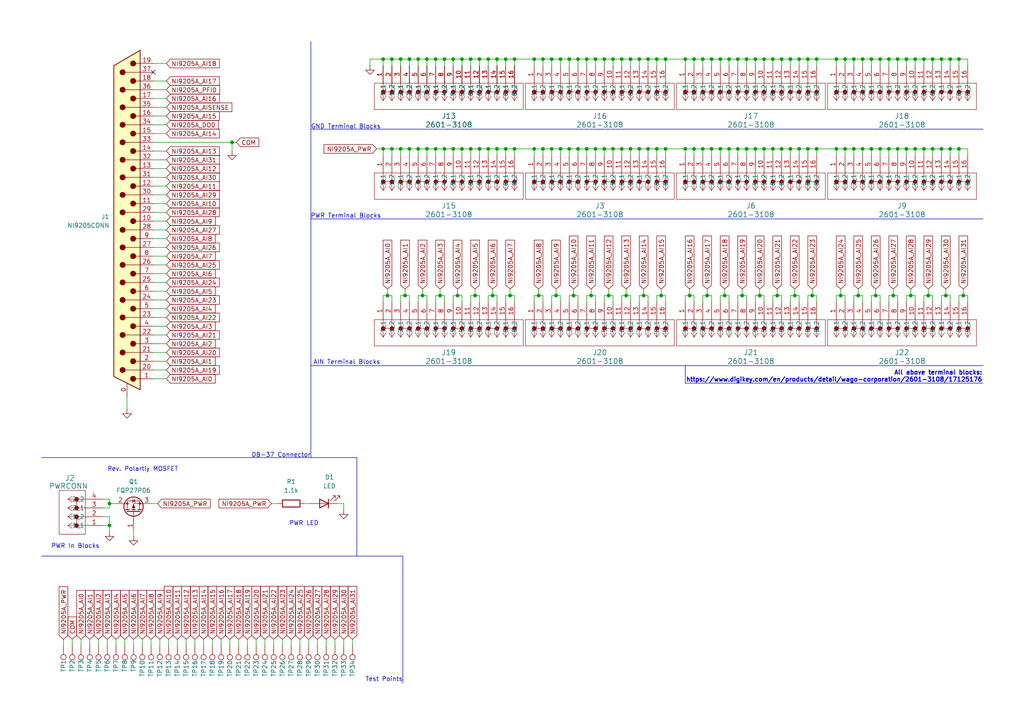
<source format=kicad_sch>
(kicad_sch (version 20250114) (generator "eeschema") (generator_version "9.0")
  (paper "A4")
  (title_block (title "NI_9205_Breakout") (date "2025-07-03") (rev "V1.0") (company "SDSU Rocket Project"))
  (text "PWR In Blocks" (at 21.844 158.496 0) (effects (font (size 1.27 1.27))))
  (text "All above terminal blocks:\nhttps://www.digikey.com/en/products/detail/wago-corporation/2601-3108/17125176" (at 284.988 110.998 0) (effects (font (size 1.27 1.27) (thickness 0.254) (bold yes)) (justify right bottom)))
  (text "GND Terminal Blocks" (at 100.33 36.83 0) (effects (font (size 1.27 1.27))))
  (text "PWR LED" (at 88.138 151.892 0) (effects (font (size 1.27 1.27))))
  (text "AIN Terminal Blocks" (at 100.584 105.156 0) (effects (font (size 1.27 1.27))))
  (text "DB-37 Connector" (at 90.17 132.842 0) (effects (font (size 1.27 1.27)) (justify right bottom)))
  (text "Rev. Polartiy MOSFET" (at 41.402 136.144 0) (effects (font (size 1.27 1.27))))
  (text "Test Points" (at 116.84 197.866 0) (effects (font (size 1.27 1.27)) (justify right bottom)))
  (text "PWR Terminal Blocks" (at 100.33 62.738 0) (effects (font (size 1.27 1.27))))
  (junction (at 193.04 43.18))
  (junction (at 231.775 17.145))
  (junction (at 171.45 85.725))
  (junction (at 175.26 17.145))
  (junction (at 172.72 43.18))
  (junction (at 269.24 85.725))
  (junction (at 165.1 17.145))
  (junction (at 216.535 43.18))
  (junction (at 226.695 43.18))
  (junction (at 264.16 85.725))
  (junction (at 198.755 17.145))
  (junction (at 275.59 43.18))
  (junction (at 219.075 17.145))
  (junction (at 117.475 85.725))
  (junction (at 208.915 43.18))
  (junction (at 248.92 85.725))
  (junction (at 225.425 85.725))
  (junction (at 176.53 85.725))
  (junction (at 127.635 85.725))
  (junction (at 139.065 17.145))
  (junction (at 278.13 17.145))
  (junction (at 180.34 43.18))
  (junction (at 149.225 43.18))
  (junction (at 131.445 17.145))
  (junction (at 252.73 17.145))
  (junction (at 236.855 17.145))
  (junction (at 136.525 43.18))
  (junction (at 247.65 43.18))
  (junction (at 165.1 43.18))
  (junction (at 260.35 17.145))
  (junction (at 31.75 146.05))
  (junction (at 203.835 43.18))
  (junction (at 146.685 43.18))
  (junction (at 265.43 43.18))
  (junction (at 177.8 43.18))
  (junction (at 221.615 43.18))
  (junction (at 170.18 43.18))
  (junction (at 230.505 85.725))
  (junction (at 255.27 43.18))
  (junction (at 267.97 43.18))
  (junction (at 128.905 43.18))
  (junction (at 254 85.725))
  (junction (at 160.02 17.145))
  (junction (at 187.96 17.145))
  (junction (at 149.225 17.145))
  (junction (at 200.025 85.725))
  (junction (at 234.315 17.145))
  (junction (at 157.48 43.18))
  (junction (at 166.37 85.725))
  (junction (at 133.985 43.18))
  (junction (at 211.455 43.18))
  (junction (at 116.205 43.18))
  (junction (at 190.5 17.145))
  (junction (at 201.295 43.18))
  (junction (at 210.185 85.725))
  (junction (at 182.88 17.145))
  (junction (at 111.125 17.145))
  (junction (at 121.285 43.18))
  (junction (at 156.21 85.725))
  (junction (at 170.18 17.145))
  (junction (at 250.19 17.145))
  (junction (at 274.32 85.725))
  (junction (at 245.11 43.18))
  (junction (at 162.56 17.145))
  (junction (at 211.455 17.145))
  (junction (at 190.5 43.18))
  (junction (at 224.155 17.145))
  (junction (at 270.51 43.18))
  (junction (at 247.65 17.145))
  (junction (at 236.855 43.18))
  (junction (at 126.365 43.18))
  (junction (at 191.77 85.725))
  (junction (at 131.445 43.18))
  (junction (at 113.665 43.18))
  (junction (at 193.04 17.145))
  (junction (at 123.825 43.18))
  (junction (at 262.89 43.18))
  (junction (at 201.295 17.145))
  (junction (at 147.955 85.725))
  (junction (at 133.985 17.145))
  (junction (at 279.4 85.725))
  (junction (at 257.81 43.18))
  (junction (at 141.605 43.18))
  (junction (at 234.315 43.18))
  (junction (at 267.97 17.145))
  (junction (at 122.555 85.725))
  (junction (at 235.585 85.725))
  (junction (at 259.08 85.725))
  (junction (at 242.57 43.18))
  (junction (at 139.065 43.18))
  (junction (at 260.35 43.18))
  (junction (at 250.19 43.18))
  (junction (at 167.64 17.145))
  (junction (at 137.795 85.725))
  (junction (at 132.715 85.725))
  (junction (at 273.05 43.18))
  (junction (at 243.84 85.725))
  (junction (at 186.69 85.725))
  (junction (at 203.835 17.145))
  (junction (at 206.375 43.18))
  (junction (at 175.26 43.18))
  (junction (at 213.995 17.145))
  (junction (at 160.02 43.18))
  (junction (at 167.64 43.18))
  (junction (at 128.905 17.145))
  (junction (at 172.72 17.145))
  (junction (at 216.535 17.145))
  (junction (at 257.81 17.145))
  (junction (at 111.125 43.18))
  (junction (at 273.05 17.145))
  (junction (at 198.755 43.18))
  (junction (at 162.56 43.18))
  (junction (at 255.27 17.145))
  (junction (at 219.075 43.18))
  (junction (at 262.89 17.145))
  (junction (at 141.605 17.145))
  (junction (at 229.235 17.145))
  (junction (at 181.61 85.725))
  (junction (at 205.105 85.725))
  (junction (at 112.395 85.725))
  (junction (at 206.375 17.145))
  (junction (at 67.31 41.275))
  (junction (at 224.155 43.18))
  (junction (at 185.42 17.145))
  (junction (at 118.745 17.145))
  (junction (at 177.8 17.145))
  (junction (at 144.145 17.145))
  (junction (at 31.75 152.4))
  (junction (at 154.94 43.18))
  (junction (at 146.685 17.145))
  (junction (at 221.615 17.145))
  (junction (at 180.34 17.145))
  (junction (at 265.43 17.145))
  (junction (at 113.665 17.145))
  (junction (at 215.265 85.725))
  (junction (at 118.745 43.18))
  (junction (at 142.875 85.725))
  (junction (at 275.59 17.145))
  (junction (at 242.57 17.145))
  (junction (at 220.345 85.725))
  (junction (at 226.695 17.145))
  (junction (at 123.825 17.145))
  (junction (at 136.525 17.145))
  (junction (at 270.51 17.145))
  (junction (at 182.88 43.18))
  (junction (at 121.285 17.145))
  (junction (at 245.11 17.145))
  (junction (at 154.94 17.145))
  (junction (at 208.915 17.145))
  (junction (at 116.205 17.145))
  (junction (at 161.29 85.725))
  (junction (at 229.235 43.18))
  (junction (at 187.96 43.18))
  (junction (at 213.995 43.18))
  (junction (at 231.775 43.18))
  (junction (at 126.365 17.145))
  (junction (at 278.13 43.18))
  (junction (at 252.73 43.18))
  (junction (at 144.145 43.18))
  (junction (at 185.42 43.18))
  (junction (at 157.48 17.145))
  (no_connect (at 44.45 20.955))
  (polyline (pts (xy 103.505 161.29) (xy 116.84 161.29)))
  (wire (pts (xy 206.375 17.145) (xy 208.915 17.145)))
  (polyline (pts (xy 285.115 37.465) (xy 90.17 37.465)))
  (wire (pts (xy 229.235 17.145) (xy 231.775 17.145)))
  (wire (pts (xy 234.315 17.145) (xy 234.315 19.05)))
  (wire (pts (xy 109.22 43.18) (xy 111.125 43.18)))
  (wire (pts (xy 193.04 43.18) (xy 193.04 45.085)))
  (wire (pts (xy 260.35 43.18) (xy 260.35 45.085)))
  (wire (pts (xy 131.445 43.18) (xy 131.445 45.085)))
  (wire (pts (xy 69.215 185.42) (xy 69.215 187.325)))
  (wire (pts (xy 71.755 185.42) (xy 71.755 187.325)))
  (wire (pts (xy 180.34 17.145) (xy 180.34 19.05)))
  (wire (pts (xy 245.11 17.145) (xy 245.11 19.05)))
  (wire (pts (xy 165.1 87.63) (xy 165.1 85.725)))
  (wire (pts (xy 136.525 43.18) (xy 136.525 45.085)))
  (wire (pts (xy 177.8 17.145) (xy 177.8 19.05)))
  (wire (pts (xy 267.97 43.18) (xy 270.51 43.18)))
  (wire (pts (xy 200.025 83.82) (xy 200.025 85.725)))
  (wire (pts (xy 97.155 185.42) (xy 97.155 187.325)))
  (wire (pts (xy 205.105 85.725) (xy 206.375 85.725)))
  (wire (pts (xy 211.455 85.725) (xy 211.455 87.63)))
  (wire (pts (xy 264.16 83.82) (xy 264.16 85.725)))
  (polyline (pts (xy 198.755 111.125) (xy 198.755 106.045)))
  (wire (pts (xy 236.855 43.18) (xy 242.57 43.18)))
  (wire (pts (xy 18.415 185.42) (xy 18.415 187.325)))
  (wire (pts (xy 116.205 43.18) (xy 116.205 45.085)))
  (wire (pts (xy 141.605 17.145) (xy 144.145 17.145)))
  (wire (pts (xy 41.275 185.42) (xy 41.275 187.325)))
  (wire (pts (xy 160.02 17.145) (xy 160.02 19.05)))
  (wire (pts (xy 38.735 185.42) (xy 38.735 187.325)))
  (wire (pts (xy 59.055 185.42) (xy 59.055 187.325)))
  (wire (pts (xy 229.235 43.18) (xy 229.235 45.085)))
  (wire (pts (xy 107.315 19.05) (xy 107.315 17.145)))
  (wire (pts (xy 167.64 85.725) (xy 167.64 87.63)))
  (wire (pts (xy 172.72 85.725) (xy 172.72 87.63)))
  (wire (pts (xy 193.04 43.18) (xy 198.755 43.18)))
  (wire (pts (xy 118.745 43.18) (xy 121.285 43.18)))
  (wire (pts (xy 44.45 79.375) (xy 48.26 79.375)))
  (wire (pts (xy 133.985 17.145) (xy 133.985 19.05)))
  (wire (pts (xy 44.45 28.575) (xy 48.26 28.575)))
  (wire (pts (xy 122.555 85.725) (xy 123.825 85.725)))
  (wire (pts (xy 231.775 17.145) (xy 234.315 17.145)))
  (wire (pts (xy 162.56 17.145) (xy 162.56 19.05)))
  (wire (pts (xy 44.45 104.775) (xy 48.26 104.775)))
  (wire (pts (xy 122.555 83.82) (xy 122.555 85.725)))
  (wire (pts (xy 224.155 85.725) (xy 225.425 85.725)))
  (wire (pts (xy 149.225 43.18) (xy 154.94 43.18)))
  (wire (pts (xy 127.635 85.725) (xy 128.905 85.725)))
  (wire (pts (xy 250.19 43.18) (xy 252.73 43.18)))
  (wire (pts (xy 198.755 85.725) (xy 200.025 85.725)))
  (wire (pts (xy 182.88 17.145) (xy 182.88 19.05)))
  (wire (pts (xy 111.125 17.145) (xy 113.665 17.145)))
  (wire (pts (xy 180.34 43.18) (xy 180.34 45.085)))
  (wire (pts (xy 208.915 87.63) (xy 208.915 85.725)))
  (wire (pts (xy 131.445 17.145) (xy 133.985 17.145)))
  (wire (pts (xy 279.4 85.725) (xy 280.67 85.725)))
  (wire (pts (xy 121.285 43.18) (xy 121.285 45.085)))
  (wire (pts (xy 177.8 43.18) (xy 180.34 43.18)))
  (wire (pts (xy 275.59 17.145) (xy 275.59 19.05)))
  (wire (pts (xy 146.685 43.18) (xy 149.225 43.18)))
  (wire (pts (xy 200.025 85.725) (xy 201.295 85.725)))
  (wire (pts (xy 270.51 85.725) (xy 270.51 87.63)))
  (wire (pts (xy 219.075 43.18) (xy 219.075 45.085)))
  (wire (pts (xy 236.855 17.145) (xy 242.57 17.145)))
  (wire (pts (xy 245.11 85.725) (xy 245.11 87.63)))
  (wire (pts (xy 180.34 43.18) (xy 182.88 43.18)))
  (wire (pts (xy 254 85.725) (xy 255.27 85.725)))
  (wire (pts (xy 210.185 85.725) (xy 211.455 85.725)))
  (wire (pts (xy 245.11 43.18) (xy 245.11 45.085)))
  (wire (pts (xy 44.45 51.435) (xy 48.26 51.435)))
  (wire (pts (xy 46.355 185.42) (xy 46.355 187.325)))
  (wire (pts (xy 123.825 85.725) (xy 123.825 87.63)))
  (wire (pts (xy 242.57 43.18) (xy 245.11 43.18)))
  (wire (pts (xy 165.1 85.725) (xy 166.37 85.725)))
  (wire (pts (xy 190.5 85.725) (xy 191.77 85.725)))
  (wire (pts (xy 224.155 43.18) (xy 224.155 45.085)))
  (wire (pts (xy 203.835 43.18) (xy 206.375 43.18)))
  (wire (pts (xy 176.53 85.725) (xy 177.8 85.725)))
  (wire (pts (xy 131.445 85.725) (xy 132.715 85.725)))
  (wire (pts (xy 165.1 43.18) (xy 167.64 43.18)))
  (wire (pts (xy 254 83.82) (xy 254 85.725)))
  (wire (pts (xy 267.97 43.18) (xy 267.97 45.085)))
  (wire (pts (xy 275.59 85.725) (xy 275.59 87.63)))
  (wire (pts (xy 186.69 85.725) (xy 187.96 85.725)))
  (wire (pts (xy 193.04 17.145) (xy 193.04 19.05)))
  (wire (pts (xy 121.285 85.725) (xy 122.555 85.725)))
  (wire (pts (xy 224.155 17.145) (xy 226.695 17.145)))
  (wire (pts (xy 162.56 43.18) (xy 162.56 45.085)))
  (wire (pts (xy 219.075 85.725) (xy 220.345 85.725)))
  (wire (pts (xy 224.155 43.18) (xy 226.695 43.18)))
  (wire (pts (xy 113.665 17.145) (xy 116.205 17.145)))
  (wire (pts (xy 278.13 43.18) (xy 280.67 43.18)))
  (wire (pts (xy 201.295 17.145) (xy 203.835 17.145)))
  (wire (pts (xy 226.695 85.725) (xy 226.695 87.63)))
  (wire (pts (xy 126.365 43.18) (xy 128.905 43.18)))
  (wire (pts (xy 154.94 87.63) (xy 154.94 85.725)))
  (wire (pts (xy 161.29 85.725) (xy 162.56 85.725)))
  (wire (pts (xy 142.875 83.82) (xy 142.875 85.725)))
  (wire (pts (xy 44.45 33.655) (xy 48.26 33.655)))
  (wire (pts (xy 31.75 154.305) (xy 31.75 152.4)))
  (wire (pts (xy 139.065 85.725) (xy 139.065 87.63)))
  (wire (pts (xy 44.45 76.835) (xy 48.26 76.835)))
  (wire (pts (xy 278.13 17.145) (xy 278.13 19.05)))
  (wire (pts (xy 44.45 102.235) (xy 48.26 102.235)))
  (wire (pts (xy 29.845 144.78) (xy 31.75 144.78)))
  (wire (pts (xy 171.45 83.82) (xy 171.45 85.725)))
  (wire (pts (xy 44.45 86.995) (xy 48.26 86.995)))
  (wire (pts (xy 229.235 17.145) (xy 229.235 19.05)))
  (wire (pts (xy 36.83 114.935) (xy 36.83 118.745)))
  (wire (pts (xy 170.18 43.18) (xy 170.18 45.085)))
  (wire (pts (xy 236.855 85.725) (xy 236.855 87.63)))
  (wire (pts (xy 157.48 43.18) (xy 160.02 43.18)))
  (wire (pts (xy 273.05 85.725) (xy 274.32 85.725)))
  (wire (pts (xy 116.205 43.18) (xy 118.745 43.18)))
  (wire (pts (xy 231.775 85.725) (xy 231.775 87.63)))
  (wire (pts (xy 265.43 17.145) (xy 267.97 17.145)))
  (wire (pts (xy 280.67 19.05) (xy 280.67 17.145)))
  (wire (pts (xy 154.94 43.18) (xy 157.48 43.18)))
  (wire (pts (xy 270.51 17.145) (xy 273.05 17.145)))
  (wire (pts (xy 48.895 185.42) (xy 48.895 187.325)))
  (wire (pts (xy 167.64 43.18) (xy 167.64 45.085)))
  (wire (pts (xy 133.985 85.725) (xy 133.985 87.63)))
  (polyline (pts (xy 116.84 166.37) (xy 116.84 198.12)))
  (wire (pts (xy 166.37 85.725) (xy 167.64 85.725)))
  (wire (pts (xy 162.56 43.18) (xy 165.1 43.18)))
  (wire (pts (xy 165.1 17.145) (xy 165.1 19.05)))
  (wire (pts (xy 208.915 17.145) (xy 208.915 19.05)))
  (wire (pts (xy 265.43 43.18) (xy 267.97 43.18)))
  (wire (pts (xy 219.075 17.145) (xy 221.615 17.145)))
  (wire (pts (xy 278.13 87.63) (xy 278.13 85.725)))
  (wire (pts (xy 121.285 17.145) (xy 123.825 17.145)))
  (wire (pts (xy 131.445 87.63) (xy 131.445 85.725)))
  (wire (pts (xy 236.855 17.145) (xy 236.855 19.05)))
  (wire (pts (xy 111.125 85.725) (xy 112.395 85.725)))
  (wire (pts (xy 113.665 17.145) (xy 113.665 19.05)))
  (wire (pts (xy 111.125 43.18) (xy 111.125 45.085)))
  (wire (pts (xy 275.59 43.18) (xy 278.13 43.18)))
  (wire (pts (xy 154.94 43.18) (xy 154.94 45.085)))
  (polyline (pts (xy 12.065 132.715) (xy 90.17 132.715)))
  (wire (pts (xy 175.26 85.725) (xy 176.53 85.725)))
  (wire (pts (xy 216.535 17.145) (xy 216.535 19.05)))
  (wire (pts (xy 229.235 43.18) (xy 231.775 43.18)))
  (wire (pts (xy 133.985 43.18) (xy 136.525 43.18)))
  (wire (pts (xy 112.395 85.725) (xy 113.665 85.725)))
  (wire (pts (xy 274.32 85.725) (xy 275.59 85.725)))
  (wire (pts (xy 221.615 17.145) (xy 224.155 17.145)))
  (wire (pts (xy 141.605 85.725) (xy 142.875 85.725)))
  (wire (pts (xy 146.685 43.18) (xy 146.685 45.085)))
  (wire (pts (xy 149.225 17.145) (xy 154.94 17.145)))
  (wire (pts (xy 226.695 17.145) (xy 229.235 17.145)))
  (wire (pts (xy 187.96 85.725) (xy 187.96 87.63)))
  (wire (pts (xy 94.615 185.42) (xy 94.615 187.325)))
  (wire (pts (xy 257.81 43.18) (xy 260.35 43.18)))
  (wire (pts (xy 250.19 43.18) (xy 250.19 45.085)))
  (wire (pts (xy 68.58 41.275) (xy 67.31 41.275)))
  (wire (pts (xy 133.985 17.145) (xy 136.525 17.145)))
  (wire (pts (xy 245.11 17.145) (xy 247.65 17.145)))
  (wire (pts (xy 206.375 85.725) (xy 206.375 87.63)))
  (wire (pts (xy 172.72 43.18) (xy 172.72 45.085)))
  (wire (pts (xy 225.425 85.725) (xy 226.695 85.725)))
  (wire (pts (xy 157.48 43.18) (xy 157.48 45.085)))
  (wire (pts (xy 132.715 85.725) (xy 133.985 85.725)))
  (wire (pts (xy 215.265 85.725) (xy 216.535 85.725)))
  (wire (pts (xy 160.02 43.18) (xy 162.56 43.18)))
  (wire (pts (xy 216.535 17.145) (xy 219.075 17.145)))
  (polyline (pts (xy 103.505 132.715) (xy 103.505 161.29)))
  (wire (pts (xy 210.185 83.82) (xy 210.185 85.725)))
  (wire (pts (xy 247.65 17.145) (xy 247.65 19.05)))
  (wire (pts (xy 51.435 185.42) (xy 51.435 187.325)))
  (wire (pts (xy 126.365 43.18) (xy 126.365 45.085)))
  (wire (pts (xy 235.585 83.82) (xy 235.585 85.725)))
  (wire (pts (xy 44.45 46.355) (xy 48.26 46.355)))
  (wire (pts (xy 273.05 17.145) (xy 275.59 17.145)))
  (polyline (pts (xy 285.115 106.045) (xy 90.17 106.045)))
  (wire (pts (xy 234.315 85.725) (xy 235.585 85.725)))
  (wire (pts (xy 220.345 83.82) (xy 220.345 85.725)))
  (wire (pts (xy 236.855 43.18) (xy 236.855 45.085)))
  (wire (pts (xy 165.1 43.18) (xy 165.1 45.085)))
  (wire (pts (xy 206.375 43.18) (xy 206.375 45.085)))
  (wire (pts (xy 247.65 85.725) (xy 248.92 85.725)))
  (wire (pts (xy 231.775 17.145) (xy 231.775 19.05)))
  (wire (pts (xy 167.64 17.145) (xy 170.18 17.145)))
  (wire (pts (xy 252.73 43.18) (xy 252.73 45.085)))
  (wire (pts (xy 107.315 17.145) (xy 111.125 17.145)))
  (wire (pts (xy 262.89 17.145) (xy 265.43 17.145)))
  (wire (pts (xy 191.77 85.725) (xy 193.04 85.725)))
  (wire (pts (xy 167.64 43.18) (xy 170.18 43.18)))
  (wire (pts (xy 123.825 17.145) (xy 123.825 19.05)))
  (wire (pts (xy 118.745 85.725) (xy 118.745 87.63)))
  (wire (pts (xy 33.655 185.42) (xy 33.655 187.325)))
  (wire (pts (xy 44.45 18.415) (xy 48.26 18.415)))
  (wire (pts (xy 76.835 185.42) (xy 76.835 187.325)))
  (wire (pts (xy 44.45 23.495) (xy 48.26 23.495)))
  (polyline (pts (xy 285.115 111.125) (xy 198.755 111.125)))
  (wire (pts (xy 149.225 85.725) (xy 149.225 87.63)))
  (wire (pts (xy 226.695 43.18) (xy 226.695 45.085)))
  (wire (pts (xy 53.975 185.42) (xy 53.975 187.325)))
  (wire (pts (xy 182.88 85.725) (xy 182.88 87.63)))
  (wire (pts (xy 185.42 43.18) (xy 187.96 43.18)))
  (wire (pts (xy 128.905 43.18) (xy 131.445 43.18)))
  (wire (pts (xy 136.525 43.18) (xy 139.065 43.18)))
  (wire (pts (xy 190.5 43.18) (xy 190.5 45.085)))
  (wire (pts (xy 132.715 83.82) (xy 132.715 85.725)))
  (wire (pts (xy 278.13 17.145) (xy 280.67 17.145)))
  (wire (pts (xy 267.97 17.145) (xy 267.97 19.05)))
  (wire (pts (xy 136.525 17.145) (xy 136.525 19.05)))
  (wire (pts (xy 44.45 26.035) (xy 48.26 26.035)))
  (wire (pts (xy 264.16 85.725) (xy 265.43 85.725)))
  (wire (pts (xy 187.96 43.18) (xy 187.96 45.085)))
  (wire (pts (xy 126.365 87.63) (xy 126.365 85.725)))
  (wire (pts (xy 182.88 43.18) (xy 182.88 45.085)))
  (wire (pts (xy 44.45 56.515) (xy 48.26 56.515)))
  (wire (pts (xy 252.73 87.63) (xy 252.73 85.725)))
  (wire (pts (xy 116.205 17.145) (xy 116.205 19.05)))
  (wire (pts (xy 141.605 43.18) (xy 141.605 45.085)))
  (wire (pts (xy 113.665 43.18) (xy 113.665 45.085)))
  (wire (pts (xy 20.955 185.42) (xy 20.955 187.325)))
  (wire (pts (xy 255.27 43.18) (xy 257.81 43.18)))
  (wire (pts (xy 177.8 85.725) (xy 177.8 87.63)))
  (wire (pts (xy 92.075 185.42) (xy 92.075 187.325)))
  (wire (pts (xy 111.125 87.63) (xy 111.125 85.725)))
  (wire (pts (xy 198.755 17.145) (xy 198.755 19.05)))
  (wire (pts (xy 242.57 17.145) (xy 242.57 19.05)))
  (wire (pts (xy 136.525 17.145) (xy 139.065 17.145)))
  (wire (pts (xy 260.35 85.725) (xy 260.35 87.63)))
  (wire (pts (xy 269.24 85.725) (xy 270.51 85.725)))
  (wire (pts (xy 66.675 185.42) (xy 66.675 187.325)))
  (wire (pts (xy 137.795 83.82) (xy 137.795 85.725)))
  (wire (pts (xy 118.745 17.145) (xy 121.285 17.145)))
  (wire (pts (xy 242.57 17.145) (xy 245.11 17.145)))
  (wire (pts (xy 255.27 17.145) (xy 257.81 17.145)))
  (wire (pts (xy 127.635 83.82) (xy 127.635 85.725)))
  (wire (pts (xy 203.835 43.18) (xy 203.835 45.085)))
  (wire (pts (xy 99.695 185.42) (xy 99.695 187.325)))
  (wire (pts (xy 31.115 185.42) (xy 31.115 187.325)))
  (wire (pts (xy 162.56 17.145) (xy 165.1 17.145)))
  (wire (pts (xy 226.695 43.18) (xy 229.235 43.18)))
  (wire (pts (xy 126.365 17.145) (xy 128.905 17.145)))
  (wire (pts (xy 160.02 17.145) (xy 162.56 17.145)))
  (wire (pts (xy 170.18 85.725) (xy 171.45 85.725)))
  (wire (pts (xy 213.995 17.145) (xy 216.535 17.145)))
  (wire (pts (xy 121.285 17.145) (xy 121.285 19.05)))
  (wire (pts (xy 224.155 87.63) (xy 224.155 85.725)))
  (wire (pts (xy 247.65 43.18) (xy 247.65 45.085)))
  (wire (pts (xy 141.605 43.18) (xy 144.145 43.18)))
  (wire (pts (xy 29.845 147.32) (xy 31.75 147.32)))
  (wire (pts (xy 270.51 43.18) (xy 273.05 43.18)))
  (wire (pts (xy 225.425 83.82) (xy 225.425 85.725)))
  (wire (pts (xy 248.92 85.725) (xy 250.19 85.725)))
  (wire (pts (xy 44.45 71.755) (xy 48.26 71.755)))
  (wire (pts (xy 198.755 43.18) (xy 198.755 45.085)))
  (wire (pts (xy 221.615 17.145) (xy 221.615 19.05)))
  (wire (pts (xy 185.42 85.725) (xy 186.69 85.725)))
  (wire (pts (xy 177.8 17.145) (xy 180.34 17.145)))
  (wire (pts (xy 147.955 83.82) (xy 147.955 85.725)))
  (wire (pts (xy 265.43 17.145) (xy 265.43 19.05)))
  (wire (pts (xy 154.94 17.145) (xy 157.48 17.145)))
  (wire (pts (xy 170.18 17.145) (xy 170.18 19.05)))
  (wire (pts (xy 44.45 36.195) (xy 48.26 36.195)))
  (wire (pts (xy 201.295 85.725) (xy 201.295 87.63)))
  (wire (pts (xy 165.1 17.145) (xy 167.64 17.145)))
  (wire (pts (xy 265.43 85.725) (xy 265.43 87.63)))
  (wire (pts (xy 262.89 43.18) (xy 262.89 45.085)))
  (wire (pts (xy 255.27 17.145) (xy 255.27 19.05)))
  (wire (pts (xy 121.285 87.63) (xy 121.285 85.725)))
  (wire (pts (xy 187.96 17.145) (xy 187.96 19.05)))
  (wire (pts (xy 270.51 43.18) (xy 270.51 45.085)))
  (wire (pts (xy 201.295 17.145) (xy 201.295 19.05)))
  (wire (pts (xy 262.89 17.145) (xy 262.89 19.05)))
  (wire (pts (xy 133.985 43.18) (xy 133.985 45.085)))
  (wire (pts (xy 219.075 87.63) (xy 219.075 85.725)))
  (wire (pts (xy 234.315 43.18) (xy 234.315 45.085)))
  (wire (pts (xy 270.51 17.145) (xy 270.51 19.05)))
  (wire (pts (xy 116.205 85.725) (xy 117.475 85.725)))
  (wire (pts (xy 31.75 146.05) (xy 31.75 147.32)))
  (wire (pts (xy 260.35 17.145) (xy 260.35 19.05)))
  (wire (pts (xy 181.61 83.82) (xy 181.61 85.725)))
  (wire (pts (xy 131.445 43.18) (xy 133.985 43.18)))
  (wire (pts (xy 203.835 85.725) (xy 205.105 85.725)))
  (wire (pts (xy 44.45 81.915) (xy 48.26 81.915)))
  (wire (pts (xy 211.455 17.145) (xy 211.455 19.05)))
  (wire (pts (xy 274.32 83.82) (xy 274.32 85.725)))
  (wire (pts (xy 211.455 43.18) (xy 213.995 43.18)))
  (wire (pts (xy 84.455 185.42) (xy 84.455 187.325)))
  (wire (pts (xy 250.19 17.145) (xy 250.19 19.05)))
  (wire (pts (xy 144.145 17.145) (xy 144.145 19.05)))
  (polyline (pts (xy 116.84 161.29) (xy 116.84 166.37)))
  (wire (pts (xy 198.755 87.63) (xy 198.755 85.725)))
  (wire (pts (xy 278.13 43.18) (xy 278.13 45.085)))
  (wire (pts (xy 190.5 17.145) (xy 193.04 17.145)))
  (wire (pts (xy 273.05 17.145) (xy 273.05 19.05)))
  (wire (pts (xy 181.61 85.725) (xy 182.88 85.725)))
  (wire (pts (xy 182.88 17.145) (xy 185.42 17.145)))
  (wire (pts (xy 257.81 17.145) (xy 257.81 19.05)))
  (wire (pts (xy 44.45 89.535) (xy 48.26 89.535)))
  (wire (pts (xy 205.105 83.82) (xy 205.105 85.725)))
  (wire (pts (xy 259.08 83.82) (xy 259.08 85.725)))
  (wire (pts (xy 141.605 87.63) (xy 141.605 85.725)))
  (wire (pts (xy 118.745 17.145) (xy 118.745 19.05)))
  (wire (pts (xy 220.345 85.725) (xy 221.615 85.725)))
  (wire (pts (xy 231.775 43.18) (xy 231.775 45.085)))
  (wire (pts (xy 213.995 87.63) (xy 213.995 85.725)))
  (wire (pts (xy 128.905 17.145) (xy 128.905 19.05)))
  (wire (pts (xy 226.695 17.145) (xy 226.695 19.05)))
  (polyline (pts (xy 90.17 132.715) (xy 103.505 132.715)))
  (wire (pts (xy 33.655 146.05) (xy 31.75 146.05)))
  (wire (pts (xy 44.45 59.055) (xy 48.26 59.055)))
  (wire (pts (xy 175.26 17.145) (xy 177.8 17.145)))
  (wire (pts (xy 191.77 83.82) (xy 191.77 85.725)))
  (wire (pts (xy 111.125 17.145) (xy 111.125 19.05)))
  (wire (pts (xy 78.74 146.05) (xy 80.645 146.05)))
  (wire (pts (xy 203.835 17.145) (xy 206.375 17.145)))
  (wire (pts (xy 170.18 87.63) (xy 170.18 85.725)))
  (wire (pts (xy 116.205 87.63) (xy 116.205 85.725)))
  (wire (pts (xy 215.265 83.82) (xy 215.265 85.725)))
  (wire (pts (xy 280.67 85.725) (xy 280.67 87.63)))
  (wire (pts (xy 255.27 43.18) (xy 255.27 45.085)))
  (wire (pts (xy 273.05 43.18) (xy 273.05 45.085)))
  (wire (pts (xy 160.02 43.18) (xy 160.02 45.085)))
  (wire (pts (xy 252.73 17.145) (xy 255.27 17.145)))
  (wire (pts (xy 113.665 85.725) (xy 113.665 87.63)))
  (wire (pts (xy 247.65 43.18) (xy 250.19 43.18)))
  (wire (pts (xy 157.48 17.145) (xy 157.48 19.05)))
  (wire (pts (xy 117.475 83.82) (xy 117.475 85.725)))
  (wire (pts (xy 171.45 85.725) (xy 172.72 85.725)))
  (wire (pts (xy 190.5 43.18) (xy 193.04 43.18)))
  (wire (pts (xy 89.535 185.42) (xy 89.535 187.325)))
  (wire (pts (xy 267.97 17.145) (xy 270.51 17.145)))
  (wire (pts (xy 186.69 83.82) (xy 186.69 85.725)))
  (wire (pts (xy 170.18 17.145) (xy 172.72 17.145)))
  (wire (pts (xy 243.84 83.82) (xy 243.84 85.725)))
  (wire (pts (xy 247.65 87.63) (xy 247.65 85.725)))
  (wire (pts (xy 56.515 185.42) (xy 56.515 187.325)))
  (wire (pts (xy 166.37 83.82) (xy 166.37 85.725)))
  (wire (pts (xy 44.45 43.815) (xy 48.26 43.815)))
  (wire (pts (xy 121.285 43.18) (xy 123.825 43.18)))
  (wire (pts (xy 144.145 43.18) (xy 146.685 43.18)))
  (wire (pts (xy 208.915 43.18) (xy 208.915 45.085)))
  (wire (pts (xy 243.84 85.725) (xy 245.11 85.725)))
  (wire (pts (xy 44.45 92.075) (xy 48.26 92.075)))
  (wire (pts (xy 131.445 17.145) (xy 131.445 19.05)))
  (wire (pts (xy 208.915 17.145) (xy 211.455 17.145)))
  (wire (pts (xy 113.665 43.18) (xy 116.205 43.18)))
  (wire (pts (xy 269.24 83.82) (xy 269.24 85.725)))
  (wire (pts (xy 128.905 43.18) (xy 128.905 45.085)))
  (wire (pts (xy 61.595 185.42) (xy 61.595 187.325)))
  (wire (pts (xy 221.615 43.18) (xy 221.615 45.085)))
  (wire (pts (xy 44.45 94.615) (xy 48.26 94.615)))
  (wire (pts (xy 157.48 85.725) (xy 157.48 87.63)))
  (wire (pts (xy 74.295 185.42) (xy 74.295 187.325)))
  (wire (pts (xy 257.81 43.18) (xy 257.81 45.085)))
  (wire (pts (xy 31.75 149.86) (xy 29.845 149.86)))
  (wire (pts (xy 187.96 17.145) (xy 190.5 17.145)))
  (wire (pts (xy 216.535 43.18) (xy 216.535 45.085)))
  (wire (pts (xy 234.315 87.63) (xy 234.315 85.725)))
  (wire (pts (xy 235.585 85.725) (xy 236.855 85.725)))
  (wire (pts (xy 112.395 83.82) (xy 112.395 85.725)))
  (wire (pts (xy 211.455 17.145) (xy 213.995 17.145)))
  (wire (pts (xy 137.795 85.725) (xy 139.065 85.725)))
  (wire (pts (xy 250.19 85.725) (xy 250.19 87.63)))
  (wire (pts (xy 259.08 85.725) (xy 260.35 85.725)))
  (wire (pts (xy 31.75 152.4) (xy 29.845 152.4)))
  (wire (pts (xy 43.815 185.42) (xy 43.815 187.325)))
  (wire (pts (xy 250.19 17.145) (xy 252.73 17.145)))
  (wire (pts (xy 230.505 83.82) (xy 230.505 85.725)))
  (wire (pts (xy 242.57 43.18) (xy 242.57 45.085)))
  (wire (pts (xy 128.905 17.145) (xy 131.445 17.145)))
  (wire (pts (xy 201.295 43.18) (xy 201.295 45.085)))
  (wire (pts (xy 31.75 144.78) (xy 31.75 146.05)))
  (wire (pts (xy 146.685 85.725) (xy 147.955 85.725)))
  (wire (pts (xy 255.27 85.725) (xy 255.27 87.63)))
  (wire (pts (xy 118.745 43.18) (xy 118.745 45.085)))
  (wire (pts (xy 280.67 45.085) (xy 280.67 43.18)))
  (wire (pts (xy 247.65 17.145) (xy 250.19 17.145)))
  (wire (pts (xy 211.455 43.18) (xy 211.455 45.085)))
  (wire (pts (xy 156.21 85.725) (xy 157.48 85.725)))
  (wire (pts (xy 221.615 43.18) (xy 224.155 43.18)))
  (wire (pts (xy 99.695 147.955) (xy 99.695 146.05)))
  (wire (pts (xy 248.92 83.82) (xy 248.92 85.725)))
  (wire (pts (xy 252.73 43.18) (xy 255.27 43.18)))
  (wire (pts (xy 44.45 64.135) (xy 48.26 64.135)))
  (wire (pts (xy 126.365 85.725) (xy 127.635 85.725)))
  (wire (pts (xy 267.97 87.63) (xy 267.97 85.725)))
  (wire (pts (xy 213.995 85.725) (xy 215.265 85.725)))
  (wire (pts (xy 28.575 185.42) (xy 28.575 187.325)))
  (wire (pts (xy 182.88 43.18) (xy 185.42 43.18)))
  (wire (pts (xy 44.45 53.975) (xy 48.26 53.975)))
  (wire (pts (xy 262.89 43.18) (xy 265.43 43.18)))
  (wire (pts (xy 170.18 43.18) (xy 172.72 43.18)))
  (polyline (pts (xy 90.17 63.5) (xy 90.17 106.045)))
  (wire (pts (xy 219.075 43.18) (xy 221.615 43.18)))
  (wire (pts (xy 141.605 17.145) (xy 141.605 19.05)))
  (wire (pts (xy 44.45 66.675) (xy 48.26 66.675)))
  (wire (pts (xy 252.73 17.145) (xy 252.73 19.05)))
  (polyline (pts (xy 12.065 161.29) (xy 103.505 161.29)))
  (wire (pts (xy 245.11 43.18) (xy 247.65 43.18)))
  (wire (pts (xy 128.905 85.725) (xy 128.905 87.63)))
  (wire (pts (xy 260.35 43.18) (xy 262.89 43.18)))
  (wire (pts (xy 172.72 17.145) (xy 172.72 19.05)))
  (wire (pts (xy 154.94 85.725) (xy 156.21 85.725)))
  (wire (pts (xy 208.915 43.18) (xy 211.455 43.18)))
  (wire (pts (xy 176.53 83.82) (xy 176.53 85.725)))
  (wire (pts (xy 146.685 87.63) (xy 146.685 85.725)))
  (wire (pts (xy 206.375 43.18) (xy 208.915 43.18)))
  (wire (pts (xy 172.72 43.18) (xy 175.26 43.18)))
  (wire (pts (xy 260.35 17.145) (xy 262.89 17.145)))
  (wire (pts (xy 67.31 41.275) (xy 67.31 43.815)))
  (wire (pts (xy 149.225 17.145) (xy 149.225 19.05)))
  (wire (pts (xy 144.145 43.18) (xy 144.145 45.085)))
  (wire (pts (xy 175.26 43.18) (xy 175.26 45.085)))
  (wire (pts (xy 265.43 43.18) (xy 265.43 45.085)))
  (wire (pts (xy 139.065 43.18) (xy 139.065 45.085)))
  (wire (pts (xy 187.96 43.18) (xy 190.5 43.18)))
  (wire (pts (xy 149.225 43.18) (xy 149.225 45.085)))
  (wire (pts (xy 216.535 85.725) (xy 216.535 87.63)))
  (wire (pts (xy 146.685 17.145) (xy 149.225 17.145)))
  (wire (pts (xy 234.315 17.145) (xy 236.855 17.145)))
  (wire (pts (xy 193.04 17.145) (xy 198.755 17.145)))
  (wire (pts (xy 275.59 17.145) (xy 278.13 17.145)))
  (wire (pts (xy 64.135 185.42) (xy 64.135 187.325)))
  (wire (pts (xy 45.72 146.05) (xy 43.815 146.05)))
  (wire (pts (xy 219.075 17.145) (xy 219.075 19.05)))
  (wire (pts (xy 44.45 109.855) (xy 48.26 109.855)))
  (wire (pts (xy 278.13 85.725) (xy 279.4 85.725)))
  (wire (pts (xy 175.26 43.18) (xy 177.8 43.18)))
  (wire (pts (xy 193.04 85.725) (xy 193.04 87.63)))
  (wire (pts (xy 208.915 85.725) (xy 210.185 85.725)))
  (wire (pts (xy 44.45 97.155) (xy 48.26 97.155)))
  (wire (pts (xy 206.375 17.145) (xy 206.375 19.05)))
  (wire (pts (xy 172.72 17.145) (xy 175.26 17.145)))
  (wire (pts (xy 252.73 85.725) (xy 254 85.725)))
  (wire (pts (xy 275.59 43.18) (xy 275.59 45.085)))
  (wire (pts (xy 185.42 17.145) (xy 187.96 17.145)))
  (wire (pts (xy 180.34 87.63) (xy 180.34 85.725)))
  (wire (pts (xy 180.34 17.145) (xy 182.88 17.145)))
  (wire (pts (xy 257.81 87.63) (xy 257.81 85.725)))
  (wire (pts (xy 123.825 43.18) (xy 126.365 43.18)))
  (wire (pts (xy 136.525 85.725) (xy 137.795 85.725)))
  (wire (pts (xy 213.995 17.145) (xy 213.995 19.05)))
  (wire (pts (xy 190.5 87.63) (xy 190.5 85.725)))
  (wire (pts (xy 44.45 99.695) (xy 48.26 99.695)))
  (wire (pts (xy 136.525 87.63) (xy 136.525 85.725)))
  (polyline (pts (xy 90.17 12.065) (xy 90.17 37.465)))
  (wire (pts (xy 203.835 87.63) (xy 203.835 85.725)))
  (wire (pts (xy 185.42 43.18) (xy 185.42 45.085)))
  (wire (pts (xy 156.21 83.82) (xy 156.21 85.725)))
  (wire (pts (xy 257.81 85.725) (xy 259.08 85.725)))
  (wire (pts (xy 144.145 17.145) (xy 146.685 17.145)))
  (wire (pts (xy 79.375 185.42) (xy 79.375 187.325)))
  (wire (pts (xy 44.45 61.595) (xy 48.26 61.595)))
  (wire (pts (xy 262.89 85.725) (xy 264.16 85.725)))
  (wire (pts (xy 81.915 185.42) (xy 81.915 187.325)))
  (wire (pts (xy 198.755 43.18) (xy 201.295 43.18)))
  (wire (pts (xy 154.94 17.145) (xy 154.94 19.05)))
  (wire (pts (xy 213.995 43.18) (xy 213.995 45.085)))
  (wire (pts (xy 262.89 87.63) (xy 262.89 85.725)))
  (wire (pts (xy 44.45 69.215) (xy 48.26 69.215)))
  (wire (pts (xy 161.29 83.82) (xy 161.29 85.725)))
  (wire (pts (xy 229.235 87.63) (xy 229.235 85.725)))
  (wire (pts (xy 99.695 146.05) (xy 97.79 146.05)))
  (wire (pts (xy 162.56 85.725) (xy 162.56 87.63)))
  (wire (pts (xy 144.145 85.725) (xy 144.145 87.63)))
  (wire (pts (xy 31.75 152.4) (xy 31.75 149.86)))
  (wire (pts (xy 185.42 17.145) (xy 185.42 19.05)))
  (wire (pts (xy 224.155 17.145) (xy 224.155 19.05)))
  (wire (pts (xy 201.295 43.18) (xy 203.835 43.18)))
  (wire (pts (xy 147.955 85.725) (xy 149.225 85.725)))
  (wire (pts (xy 38.735 155.575) (xy 38.735 153.67)))
  (wire (pts (xy 44.45 107.315) (xy 48.26 107.315)))
  (wire (pts (xy 23.495 185.42) (xy 23.495 187.325)))
  (wire (pts (xy 160.02 85.725) (xy 161.29 85.725)))
  (wire (pts (xy 36.195 185.42) (xy 36.195 187.325)))
  (wire (pts (xy 242.57 87.63) (xy 242.57 85.725)))
  (wire (pts (xy 139.065 17.145) (xy 139.065 19.05)))
  (wire (pts (xy 111.125 43.18) (xy 113.665 43.18)))
  (polyline (pts (xy 285.115 63.5) (xy 90.17 63.5)))
  (wire (pts (xy 44.45 38.735) (xy 48.26 38.735)))
  (wire (pts (xy 44.45 84.455) (xy 48.26 84.455)))
  (wire (pts (xy 116.205 17.145) (xy 118.745 17.145)))
  (wire (pts (xy 177.8 43.18) (xy 177.8 45.085)))
  (wire (pts (xy 123.825 17.145) (xy 126.365 17.145)))
  (wire (pts (xy 198.755 17.145) (xy 201.295 17.145)))
  (polyline (pts (xy 90.17 37.465) (xy 90.17 63.5)))
  (wire (pts (xy 44.45 31.115) (xy 48.26 31.115)))
  (wire (pts (xy 257.81 17.145) (xy 260.35 17.145)))
  (wire (pts (xy 167.64 17.145) (xy 167.64 19.05)))
  (wire (pts (xy 117.475 85.725) (xy 118.745 85.725)))
  (wire (pts (xy 273.05 87.63) (xy 273.05 85.725)))
  (wire (pts (xy 213.995 43.18) (xy 216.535 43.18)))
  (wire (pts (xy 26.035 185.42) (xy 26.035 187.325)))
  (wire (pts (xy 175.26 87.63) (xy 175.26 85.725)))
  (wire (pts (xy 44.45 48.895) (xy 48.26 48.895)))
  (wire (pts (xy 273.05 43.18) (xy 275.59 43.18)))
  (wire (pts (xy 123.825 43.18) (xy 123.825 45.085)))
  (wire (pts (xy 102.235 185.42) (xy 102.235 187.325)))
  (wire (pts (xy 157.48 17.145) (xy 160.02 17.145)))
  (wire (pts (xy 139.065 43.18) (xy 141.605 43.18)))
  (wire (pts (xy 180.34 85.725) (xy 181.61 85.725)))
  (wire (pts (xy 86.995 185.42) (xy 86.995 187.325)))
  (wire (pts (xy 216.535 43.18) (xy 219.075 43.18)))
  (wire (pts (xy 126.365 17.145) (xy 126.365 19.05)))
  (wire (pts (xy 160.02 87.63) (xy 160.02 85.725)))
  (wire (pts (xy 44.45 74.295) (xy 48.26 74.295)))
  (wire (pts (xy 234.315 43.18) (xy 236.855 43.18)))
  (wire (pts (xy 175.26 17.145) (xy 175.26 19.05)))
  (wire (pts (xy 221.615 85.725) (xy 221.615 87.63)))
  (wire (pts (xy 185.42 87.63) (xy 185.42 85.725)))
  (wire (pts (xy 146.685 17.145) (xy 146.685 19.05)))
  (wire (pts (xy 88.265 146.05) (xy 90.17 146.05)))
  (wire (pts (xy 230.505 85.725) (xy 231.775 85.725)))
  (wire (pts (xy 279.4 83.82) (xy 279.4 85.725)))
  (wire (pts (xy 229.235 85.725) (xy 230.505 85.725)))
  (polyline (pts (xy 90.17 132.715) (xy 90.17 106.045)))
  (wire (pts (xy 142.875 85.725) (xy 144.145 85.725)))
  (wire (pts (xy 231.775 43.18) (xy 234.315 43.18)))
  (wire (pts (xy 139.065 17.145) (xy 141.605 17.145)))
  (wire (pts (xy 44.45 41.275) (xy 67.31 41.275)))
  (wire (pts (xy 242.57 85.725) (xy 243.84 85.725)))
  (wire (pts (xy 267.97 85.725) (xy 269.24 85.725)))
  (wire (pts (xy 190.5 17.145) (xy 190.5 19.05)))
  (wire (pts (xy 203.835 17.145) (xy 203.835 19.05)))
  (global_label "NI9205A_AI18" (shape input) (at 210.185 83.82 90) (property "Intersheetrefs" "${INTERSHEET_REFS}" (effects (hide yes))))
  (global_label "NI9205A_AI23" (shape input) (at 81.915 185.42 90) (property "Intersheetrefs" "${INTERSHEET_REFS}" (effects (hide yes))))
  (global_label "NI9205A_AI14" (shape input) (at 59.055 185.42 90) (property "Intersheetrefs" "${INTERSHEET_REFS}" (effects (hide yes))))
  (global_label "NI9205A_AI15" (shape input) (at 61.595 185.42 90) (property "Intersheetrefs" "${INTERSHEET_REFS}" (effects (hide yes))))
  (global_label "NI9205A_AI24" (shape input) (at 243.84 83.82 90) (property "Intersheetrefs" "${INTERSHEET_REFS}" (effects (hide yes))))
  (global_label "NI9205A_AI21" (shape input) (at 76.835 185.42 90) (property "Intersheetrefs" "${INTERSHEET_REFS}" (effects (hide yes))))
  (global_label "NI9205A_AI25" (shape input) (at 48.26 76.835 0) (property "Intersheetrefs" "${INTERSHEET_REFS}" (effects (hide yes))))
  (global_label "NI9205A_AI22" (shape input) (at 230.505 83.82 90) (property "Intersheetrefs" "${INTERSHEET_REFS}" (effects (hide yes))))
  (global_label "NI9205A_AI18" (shape input) (at 48.26 18.415 0) (property "Intersheetrefs" "${INTERSHEET_REFS}" (effects (hide yes))))
  (global_label "NI9205A_AI27" (shape input) (at 92.075 185.42 90) (property "Intersheetrefs" "${INTERSHEET_REFS}" (effects (hide yes))))
  (global_label "NI9205A_PFI0" (shape input) (at 48.26 26.035 0) (property "Intersheetrefs" "${INTERSHEET_REFS}" (effects (hide yes))))
  (global_label "NI9205A_AI28" (shape input) (at 94.615 185.42 90) (property "Intersheetrefs" "${INTERSHEET_REFS}" (effects (hide yes))))
  (global_label "NI9205A_AI25" (shape input) (at 86.995 185.42 90) (property "Intersheetrefs" "${INTERSHEET_REFS}" (effects (hide yes))))
  (global_label "NI9205A_AI25" (shape input) (at 248.92 83.82 90) (property "Intersheetrefs" "${INTERSHEET_REFS}" (effects (hide yes))))
  (global_label "NI9205A_AI15" (shape input) (at 48.26 33.655 0) (property "Intersheetrefs" "${INTERSHEET_REFS}" (effects (hide yes))))
  (global_label "NI9205A_AI24" (shape input) (at 48.26 81.915 0) (property "Intersheetrefs" "${INTERSHEET_REFS}" (effects (hide yes))))
  (global_label "NI9205A_AI29" (shape input) (at 48.26 56.515 0) (property "Intersheetrefs" "${INTERSHEET_REFS}" (effects (hide yes))))
  (global_label "NI9205A_AI20" (shape input) (at 48.26 102.235 0) (property "Intersheetrefs" "${INTERSHEET_REFS}" (effects (hide yes))))
  (global_label "NI9205A_AI22" (shape input) (at 79.375 185.42 90) (property "Intersheetrefs" "${INTERSHEET_REFS}" (effects (hide yes))))
  (global_label "NI9205A_AI19" (shape input) (at 215.265 83.82 90) (property "Intersheetrefs" "${INTERSHEET_REFS}" (effects (hide yes))))
  (global_label "NI9205A_AI4" (shape input) (at 33.655 185.42 90) (property "Intersheetrefs" "${INTERSHEET_REFS}" (effects (hide yes))))
  (global_label "NI9205A_AI0" (shape input) (at 48.26 109.855 0) (property "Intersheetrefs" "${INTERSHEET_REFS}" (effects (hide yes))))
  (global_label "NI9205A_AI30" (shape input) (at 274.32 83.82 90) (property "Intersheetrefs" "${INTERSHEET_REFS}" (effects (hide yes))))
  (global_label "NI9205A_AI6" (shape input) (at 38.735 185.42 90) (property "Intersheetrefs" "${INTERSHEET_REFS}" (effects (hide yes))))
  (global_label "NI9205A_PWR" (shape input) (at 78.74 146.05 180) (property "Intersheetrefs" "${INTERSHEET_REFS}" (effects (hide yes))))
  (global_label "NI9205A_AI23" (shape input) (at 48.26 86.995 0) (property "Intersheetrefs" "${INTERSHEET_REFS}" (effects (hide yes))))
  (global_label "NI9205A_AI28" (shape input) (at 48.26 61.595 0) (property "Intersheetrefs" "${INTERSHEET_REFS}" (effects (hide yes))))
  (global_label "NI9205A_AI27" (shape input) (at 259.08 83.82 90) (property "Intersheetrefs" "${INTERSHEET_REFS}" (effects (hide yes))))
  (global_label "NI9205A_AI12" (shape input) (at 53.975 185.42 90) (property "Intersheetrefs" "${INTERSHEET_REFS}" (effects (hide yes))))
  (global_label "NI9205A_AI17" (shape input) (at 66.675 185.42 90) (property "Intersheetrefs" "${INTERSHEET_REFS}" (effects (hide yes))))
  (global_label "NI9205A_AI8" (shape input) (at 43.815 185.42 90) (property "Intersheetrefs" "${INTERSHEET_REFS}" (effects (hide yes))))
  (global_label "NI9205A_AI19" (shape input) (at 71.755 185.42 90) (property "Intersheetrefs" "${INTERSHEET_REFS}" (effects (hide yes))))
  (global_label "NI9205A_AI7" (shape input) (at 48.26 74.295 0) (property "Intersheetrefs" "${INTERSHEET_REFS}" (effects (hide yes))))
  (global_label "NI9205A_AI6" (shape input) (at 142.875 83.82 90) (property "Intersheetrefs" "${INTERSHEET_REFS}" (effects (hide yes))))
  (global_label "NI9205A_AI9" (shape input) (at 48.26 64.135 0) (property "Intersheetrefs" "${INTERSHEET_REFS}" (effects (hide yes))))
  (global_label "NI9205A_AI11" (shape input) (at 171.45 83.82 90) (property "Intersheetrefs" "${INTERSHEET_REFS}" (effects (hide yes))))
  (global_label "NI9205A_AI10" (shape input) (at 48.26 59.055 0) (property "Intersheetrefs" "${INTERSHEET_REFS}" (effects (hide yes))))
  (global_label "NI9205A_AI24" (shape input) (at 84.455 185.42 90) (property "Intersheetrefs" "${INTERSHEET_REFS}" (effects (hide yes))))
  (global_label "NI9205A_AI18" (shape input) (at 69.215 185.42 90) (property "Intersheetrefs" "${INTERSHEET_REFS}" (effects (hide yes))))
  (global_label "NI9205A_AI29" (shape input) (at 97.155 185.42 90) (property "Intersheetrefs" "${INTERSHEET_REFS}" (effects (hide yes))))
  (global_label "NI9205A_AI13" (shape input) (at 48.26 43.815 0) (property "Intersheetrefs" "${INTERSHEET_REFS}" (effects (hide yes))))
  (global_label "NI9205A_AI7" (shape input) (at 147.955 83.82 90) (property "Intersheetrefs" "${INTERSHEET_REFS}" (effects (hide yes))))
  (global_label "NI9205A_AI20" (shape input) (at 220.345 83.82 90) (property "Intersheetrefs" "${INTERSHEET_REFS}" (effects (hide yes))))
  (global_label "NI9205A_AI8" (shape input) (at 156.21 83.82 90) (property "Intersheetrefs" "${INTERSHEET_REFS}" (effects (hide yes))))
  (global_label "COM" (shape input) (at 68.58 41.275 0) (property "Intersheetrefs" "${INTERSHEET_REFS}" (effects (hide yes))))
  (global_label "NI9205A_AI11" (shape input) (at 51.435 185.42 90) (property "Intersheetrefs" "${INTERSHEET_REFS}" (effects (hide yes))))
  (global_label "NI9205A_AI26" (shape input) (at 48.26 71.755 0) (property "Intersheetrefs" "${INTERSHEET_REFS}" (effects (hide yes))))
  (global_label "NI9205A_AI0" (shape input) (at 23.495 185.42 90) (property "Intersheetrefs" "${INTERSHEET_REFS}" (effects (hide yes))))
  (global_label "NI9205A_AI5" (shape input) (at 48.26 84.455 0) (property "Intersheetrefs" "${INTERSHEET_REFS}" (effects (hide yes))))
  (global_label "NI9205A_AI2" (shape input) (at 122.555 83.82 90) (property "Intersheetrefs" "${INTERSHEET_REFS}" (effects (hide yes))))
  (global_label "NI9205A_AI26" (shape input) (at 89.535 185.42 90) (property "Intersheetrefs" "${INTERSHEET_REFS}" (effects (hide yes))))
  (global_label "NI9205A_PWR" (shape input) (at 45.72 146.05 0) (property "Intersheetrefs" "${INTERSHEET_REFS}" (effects (hide yes))))
  (global_label "NI9205A_AI17" (shape input) (at 205.105 83.82 90) (property "Intersheetrefs" "${INTERSHEET_REFS}" (effects (hide yes))))
  (global_label "NI9205A_AI5" (shape input) (at 36.195 185.42 90) (property "Intersheetrefs" "${INTERSHEET_REFS}" (effects (hide yes))))
  (global_label "NI9205A_AISENSE" (shape input) (at 48.26 31.115 0) (property "Intersheetrefs" "${INTERSHEET_REFS}" (effects (hide yes))))
  (global_label "NI9205A_AI29" (shape input) (at 269.24 83.82 90) (property "Intersheetrefs" "${INTERSHEET_REFS}" (effects (hide yes))))
  (global_label "NI9205A_AI26" (shape input) (at 254 83.82 90) (property "Intersheetrefs" "${INTERSHEET_REFS}" (effects (hide yes))))
  (global_label "NI9205A_AI14" (shape input) (at 186.69 83.82 90) (property "Intersheetrefs" "${INTERSHEET_REFS}" (effects (hide yes))))
  (global_label "NI9205A_AI30" (shape input) (at 99.695 185.42 90) (property "Intersheetrefs" "${INTERSHEET_REFS}" (effects (hide yes))))
  (global_label "NI9205A_AI3" (shape input) (at 127.635 83.82 90) (property "Intersheetrefs" "${INTERSHEET_REFS}" (effects (hide yes))))
  (global_label "NI9205A_AI17" (shape input) (at 48.26 23.495 0) (property "Intersheetrefs" "${INTERSHEET_REFS}" (effects (hide yes))))
  (global_label "NI9205A_AI21" (shape input) (at 225.425 83.82 90) (property "Intersheetrefs" "${INTERSHEET_REFS}" (effects (hide yes))))
  (global_label "NI9205A_AI9" (shape input) (at 46.355 185.42 90) (property "Intersheetrefs" "${INTERSHEET_REFS}" (effects (hide yes))))
  (global_label "NI9205A_AI2" (shape input) (at 28.575 185.42 90) (property "Intersheetrefs" "${INTERSHEET_REFS}" (effects (hide yes))))
  (global_label "NI9205A_PWR" (shape input) (at 18.415 185.42 90) (property "Intersheetrefs" "${INTERSHEET_REFS}" (effects (hide yes))))
  (global_label "NI9205A_AI6" (shape input) (at 48.26 79.375 0) (property "Intersheetrefs" "${INTERSHEET_REFS}" (effects (hide yes))))
  (global_label "NI9205A_AI4" (shape input) (at 132.715 83.82 90) (property "Intersheetrefs" "${INTERSHEET_REFS}" (effects (hide yes))))
  (global_label "NI9205A_AI1" (shape input) (at 48.26 104.775 0) (property "Intersheetrefs" "${INTERSHEET_REFS}" (effects (hide yes))))
  (global_label "NI9205A_PWR" (shape input) (at 109.22 43.18 180) (property "Intersheetrefs" "${INTERSHEET_REFS}" (effects (hide yes))))
  (global_label "NI9205A_AI9" (shape input) (at 161.29 83.82 90) (property "Intersheetrefs" "${INTERSHEET_REFS}" (effects (hide yes))))
  (global_label "NI9205A_AI3" (shape input) (at 31.115 185.42 90) (property "Intersheetrefs" "${INTERSHEET_REFS}" (effects (hide yes))))
  (global_label "NI9205A_AI31" (shape input) (at 102.235 185.42 90) (property "Intersheetrefs" "${INTERSHEET_REFS}" (effects (hide yes))))
  (global_label "NI9205A_AI16" (shape input) (at 64.135 185.42 90) (property "Intersheetrefs" "${INTERSHEET_REFS}" (effects (hide yes))))
  (global_label "NI9205A_AI20" (shape input) (at 74.295 185.42 90) (property "Intersheetrefs" "${INTERSHEET_REFS}" (effects (hide yes))))
  (global_label "NI9205A_AI23" (shape input) (at 235.585 83.82 90) (property "Intersheetrefs" "${INTERSHEET_REFS}" (effects (hide yes))))
  (global_label "NI9205A_AI31" (shape input) (at 48.26 46.355 0) (property "Intersheetrefs" "${INTERSHEET_REFS}" (effects (hide yes))))
  (global_label "NI9205A_AI5" (shape input) (at 137.795 83.82 90) (property "Intersheetrefs" "${INTERSHEET_REFS}" (effects (hide yes))))
  (global_label "NI9205A_AI16" (shape input) (at 200.025 83.82 90) (property "Intersheetrefs" "${INTERSHEET_REFS}" (effects (hide yes))))
  (global_label "NI9205A_AI3" (shape input) (at 48.26 94.615 0) (property "Intersheetrefs" "${INTERSHEET_REFS}" (effects (hide yes))))
  (global_label "NI9205A_AI2" (shape input) (at 48.26 99.695 0) (property "Intersheetrefs" "${INTERSHEET_REFS}" (effects (hide yes))))
  (global_label "NI9205A_AI13" (shape input) (at 56.515 185.42 90) (property "Intersheetrefs" "${INTERSHEET_REFS}" (effects (hide yes))))
  (global_label "NI9205A_AI12" (shape input) (at 48.26 48.895 0) (property "Intersheetrefs" "${INTERSHEET_REFS}" (effects (hide yes))))
  (global_label "NI9205A_AI11" (shape input) (at 48.26 53.975 0) (property "Intersheetrefs" "${INTERSHEET_REFS}" (effects (hide yes))))
  (global_label "NI9205A_AI31" (shape input) (at 279.4 83.82 90) (property "Intersheetrefs" "${INTERSHEET_REFS}" (effects (hide yes))))
  (global_label "NI9205A_AI22" (shape input) (at 48.26 92.075 0) (property "Intersheetrefs" "${INTERSHEET_REFS}" (effects (hide yes))))
  (global_label "NI9205A_AI10" (shape input) (at 48.895 185.42 90) (property "Intersheetrefs" "${INTERSHEET_REFS}" (effects (hide yes))))
  (global_label "COM" (shape input) (at 20.955 185.42 90) (property "Intersheetrefs" "${INTERSHEET_REFS}" (effects (hide yes))))
  (global_label "NI9205A_AI15" (shape input) (at 191.77 83.82 90) (property "Intersheetrefs" "${INTERSHEET_REFS}" (effects (hide yes))))
  (global_label "NI9205A_AI7" (shape input) (at 41.275 185.42 90) (property "Intersheetrefs" "${INTERSHEET_REFS}" (effects (hide yes))))
  (global_label "NI9205A_AI1" (shape input) (at 117.475 83.82 90) (property "Intersheetrefs" "${INTERSHEET_REFS}" (effects (hide yes))))
  (global_label "NI9205A_AI19" (shape input) (at 48.26 107.315 0) (property "Intersheetrefs" "${INTERSHEET_REFS}" (effects (hide yes))))
  (global_label "NI9205A_AI12" (shape input) (at 176.53 83.82 90) (property "Intersheetrefs" "${INTERSHEET_REFS}" (effects (hide yes))))
  (global_label "NI9205A_AI0" (shape input) (at 112.395 83.82 90) (property "Intersheetrefs" "${INTERSHEET_REFS}" (effects (hide yes))))
  (global_label "NI9205A_AI10" (shape input) (at 166.37 83.82 90) (property "Intersheetrefs" "${INTERSHEET_REFS}" (effects (hide yes))))
  (global_label "NI9205A_AI27" (shape input) (at 48.26 66.675 0) (property "Intersheetrefs" "${INTERSHEET_REFS}" (effects (hide yes))))
  (global_label "NI9205A_AI1" (shape input) (at 26.035 185.42 90) (property "Intersheetrefs" "${INTERSHEET_REFS}" (effects (hide yes))))
  (global_label "NI9205A_AI8" (shape input) (at 48.26 69.215 0) (property "Intersheetrefs" "${INTERSHEET_REFS}" (effects (hide yes))))
  (global_label "NI9205A_AI16" (shape input) (at 48.26 28.575 0) (property "Intersheetrefs" "${INTERSHEET_REFS}" (effects (hide yes))))
  (global_label "NI9205A_AI13" (shape input) (at 181.61 83.82 90) (property "Intersheetrefs" "${INTERSHEET_REFS}" (effects (hide yes))))
  (global_label "NI9205A_AI4" (shape input) (at 48.26 89.535 0) (property "Intersheetrefs" "${INTERSHEET_REFS}" (effects (hide yes))))
  (global_label "NI9205A_AI21" (shape input) (at 48.26 97.155 0) (property "Intersheetrefs" "${INTERSHEET_REFS}" (effects (hide yes))))
  (global_label "NI9205A_AI14" (shape input) (at 48.26 38.735 0) (property "Intersheetrefs" "${INTERSHEET_REFS}" (effects (hide yes))))
  (global_label "NI9205A_AI28" (shape input) (at 264.16 83.82 90) (property "Intersheetrefs" "${INTERSHEET_REFS}" (effects (hide yes))))
  (global_label "NI9205A_AI30" (shape input) (at 48.26 51.435 0) (property "Intersheetrefs" "${INTERSHEET_REFS}" (effects (hide yes))))
  (global_label "NI9205A_DO0" (shape input) (at 48.26 36.195 0) (property "Intersheetrefs" "${INTERSHEET_REFS}" (effects (hide yes))))
  (symbol (lib_id "Connector:TestPoint") (at 48.895 187.325 180) (unit 1)
    (property "Reference" "TP13" (at 48.895 193.929 90))
    (property "Value" "TestPoint" (effects (hide yes)))
    (property "Footprint" "TestPoint:TestPoint_THTPad_D2.0mm_Drill1.0mm" (effects (hide yes)))
    (property "Description" "test point" (effects (hide yes)))
  )
  (symbol (lib_id "WAGO_2601_3108:2601-3108") (at 198.755 19.05 90) (mirror x) (unit 1)
    (property "Reference" "J17" (at 217.805 33.655 90) (effects (font (size 1.524 1.524))))
    (property "Value" "2601-3108" (at 217.805 36.195 90) (effects (font (size 1.524 1.524))))
    (property "Footprint" "CONN8_2601-3108_WAG" (effects (hide yes)))
    (property "Datasheet" "2601-3108" (effects (hide yes)))
  )
  (symbol (lib_id "WAGO_2601_3108:2601-3108") (at 154.94 87.63 90) (mirror x) (unit 1)
    (property "Reference" "J20" (at 173.99 102.235 90) (effects (font (size 1.524 1.524))))
    (property "Value" "2601-3108" (at 173.99 104.775 90) (effects (font (size 1.524 1.524))))
    (property "Footprint" "CONN8_2601-3108_WAG" (effects (hide yes)))
    (property "Datasheet" "2601-3108" (effects (hide yes)))
  )
  (symbol (lib_id "Connector:TestPoint") (at 69.215 187.325 180) (unit 1)
    (property "Reference" "TP21" (at 69.215 193.929 90))
    (property "Value" "TestPoint" (effects (hide yes)))
    (property "Footprint" "TestPoint:TestPoint_THTPad_D2.0mm_Drill1.0mm" (effects (hide yes)))
    (property "Description" "test point" (effects (hide yes)))
  )
  (symbol (lib_id "WAGO_2601_3108:2601-3108") (at 154.94 19.05 90) (mirror x) (unit 1)
    (property "Reference" "J16" (at 173.99 33.655 90) (effects (font (size 1.524 1.524))))
    (property "Value" "2601-3108" (at 173.99 36.195 90) (effects (font (size 1.524 1.524))))
    (property "Footprint" "CONN8_2601-3108_WAG" (effects (hide yes)))
    (property "Datasheet" "2601-3108" (effects (hide yes)))
  )
  (symbol (lib_id "Connector:DC37_Pins_MountingHoles") (at 36.83 64.135 0) (mirror y) (unit 1)
    (property "Reference" "J1" (at 31.75 62.8649 0) (effects (justify left)))
    (property "Value" "NI9205CONN" (at 31.75 65.4049 0) (effects (justify left)))
    (property "Footprint" "Connector_Dsub:DSUB-37_Pins_Vertical_P2.77x2.84mm_MountingHoles" (effects (hide yes)))
    (property "Description" "37-pin D-SUB connector, pins (male), Mounting Hole" (effects (hide yes)))
  )
  (symbol (lib_id "power:GND") (at 36.83 118.745 0) (unit 1)
    (property "Reference" "#PWR03" (effects (hide yes)))
    (property "Value" "GND" (effects (hide yes)))
    (property "Description" "Power symbol creates a global label with name \"GND\" , ground" (effects (hide yes)))
  )
  (symbol (lib_id "WAGO_2601_3108:2601-3108") (at 111.125 87.63 90) (mirror x) (unit 1)
    (property "Reference" "J19" (at 130.175 102.235 90) (effects (font (size 1.524 1.524))))
    (property "Value" "2601-3108" (at 130.175 104.775 90) (effects (font (size 1.524 1.524))))
    (property "Footprint" "CONN8_2601-3108_WAG" (effects (hide yes)))
    (property "Datasheet" "2601-3108" (effects (hide yes)))
  )
  (symbol (lib_id "Connector:TestPoint") (at 99.695 187.325 180) (unit 1)
    (property "Reference" "TP33" (at 99.695 193.929 90))
    (property "Value" "TestPoint" (effects (hide yes)))
    (property "Footprint" "TestPoint:TestPoint_THTPad_D2.0mm_Drill1.0mm" (effects (hide yes)))
    (property "Description" "test point" (effects (hide yes)))
  )
  (symbol (lib_id "Connector:TestPoint") (at 76.835 187.325 180) (unit 1)
    (property "Reference" "TP24" (at 76.835 193.929 90))
    (property "Value" "TestPoint" (effects (hide yes)))
    (property "Footprint" "TestPoint:TestPoint_THTPad_D2.0mm_Drill1.0mm" (effects (hide yes)))
    (property "Description" "test point" (effects (hide yes)))
  )
  (symbol (lib_id "Connector:TestPoint") (at 81.915 187.325 180) (unit 1)
    (property "Reference" "TP26" (at 81.915 193.929 90))
    (property "Value" "TestPoint" (effects (hide yes)))
    (property "Footprint" "TestPoint:TestPoint_THTPad_D2.0mm_Drill1.0mm" (effects (hide yes)))
    (property "Description" "test point" (effects (hide yes)))
  )
  (symbol (lib_id "Device:LED") (at 93.98 146.05 180) (unit 1)
    (property "Reference" "D1" (at 95.5675 138.43 0))
    (property "Value" "LED" (at 95.5675 140.97 0))
    (property "Footprint" "LED_THT:LED_D3.0mm" (effects (hide yes)))
    (property "Description" "Light emitting diode" (effects (hide yes)))
    (property "Sim.Pins" "1=K 2=A" (effects (hide yes)))
  )
  (symbol (lib_id "WAGO_2601_3108:2601-3108") (at 242.57 19.05 90) (mirror x) (unit 1)
    (property "Reference" "J18" (at 261.62 33.655 90) (effects (font (size 1.524 1.524))))
    (property "Value" "2601-3108" (at 261.62 36.195 90) (effects (font (size 1.524 1.524))))
    (property "Footprint" "CONN8_2601-3108_WAG" (effects (hide yes)))
    (property "Datasheet" "2601-3108" (effects (hide yes)))
  )
  (symbol (lib_id "Connector:TestPoint") (at 71.755 187.325 180) (unit 1)
    (property "Reference" "TP22" (at 71.755 193.929 90))
    (property "Value" "TestPoint" (effects (hide yes)))
    (property "Footprint" "TestPoint:TestPoint_THTPad_D2.0mm_Drill1.0mm" (effects (hide yes)))
    (property "Description" "test point" (effects (hide yes)))
  )
  (symbol (lib_id "Connector:TestPoint") (at 59.055 187.325 180) (unit 1)
    (property "Reference" "TP17" (at 59.055 193.929 90))
    (property "Value" "TestPoint" (effects (hide yes)))
    (property "Footprint" "TestPoint:TestPoint_THTPad_D2.0mm_Drill1.0mm" (effects (hide yes)))
    (property "Description" "test point" (effects (hide yes)))
  )
  (symbol (lib_id "Connector:TestPoint") (at 53.975 187.325 180) (unit 1)
    (property "Reference" "TP15" (at 53.975 193.929 90))
    (property "Value" "TestPoint" (effects (hide yes)))
    (property "Footprint" "TestPoint:TestPoint_THTPad_D2.0mm_Drill1.0mm" (effects (hide yes)))
    (property "Description" "test point" (effects (hide yes)))
  )
  (symbol (lib_id "Connector:TestPoint") (at 33.655 187.325 180) (unit 1)
    (property "Reference" "TP7" (at 33.655 193.167 90))
    (property "Value" "TestPoint" (effects (hide yes)))
    (property "Footprint" "TestPoint:TestPoint_THTPad_D2.0mm_Drill1.0mm" (effects (hide yes)))
    (property "Description" "test point" (effects (hide yes)))
  )
  (symbol (lib_id "Connector:TestPoint") (at 56.515 187.325 180) (unit 1)
    (property "Reference" "TP16" (at 56.515 193.929 90))
    (property "Value" "TestPoint" (effects (hide yes)))
    (property "Footprint" "TestPoint:TestPoint_THTPad_D2.0mm_Drill1.0mm" (effects (hide yes)))
    (property "Description" "test point" (effects (hide yes)))
  )
  (symbol (lib_id "Connector:TestPoint") (at 86.995 187.325 180) (unit 1)
    (property "Reference" "TP28" (at 86.995 193.929 90))
    (property "Value" "TestPoint" (effects (hide yes)))
    (property "Footprint" "TestPoint:TestPoint_THTPad_D2.0mm_Drill1.0mm" (effects (hide yes)))
    (property "Description" "test point" (effects (hide yes)))
  )
  (symbol (lib_id "Connector:TestPoint") (at 41.275 187.325 180) (unit 1)
    (property "Reference" "TP10" (at 41.275 193.929 90))
    (property "Value" "TestPoint" (effects (hide yes)))
    (property "Footprint" "TestPoint:TestPoint_THTPad_D2.0mm_Drill1.0mm" (effects (hide yes)))
    (property "Description" "test point" (effects (hide yes)))
  )
  (symbol (lib_id "Connector:TestPoint") (at 31.115 187.325 180) (unit 1)
    (property "Reference" "TP6" (at 31.115 193.167 90))
    (property "Value" "TestPoint" (effects (hide yes)))
    (property "Footprint" "TestPoint:TestPoint_THTPad_D2.0mm_Drill1.0mm" (effects (hide yes)))
    (property "Description" "test point" (effects (hide yes)))
  )
  (symbol (lib_id "power:GND") (at 67.31 43.815 0) (unit 1)
    (property "Reference" "#PWR026" (effects (hide yes)))
    (property "Value" "GND" (effects (hide yes)))
    (property "Description" "Power symbol creates a global label with name \"GND\" , ground" (effects (hide yes)))
  )
  (symbol (lib_id "power:GND") (at 38.735 155.575 0) (mirror y) (unit 1)
    (property "Reference" "#PWR02" (effects (hide yes)))
    (property "Value" "GND" (effects (hide yes)))
    (property "Description" "Power symbol creates a global label with name \"GND\" , ground" (effects (hide yes)))
  )
  (symbol (lib_id "Connector:TestPoint") (at 89.535 187.325 180) (unit 1)
    (property "Reference" "TP29" (at 89.535 193.929 90))
    (property "Value" "TestPoint" (effects (hide yes)))
    (property "Footprint" "TestPoint:TestPoint_THTPad_D2.0mm_Drill1.0mm" (effects (hide yes)))
    (property "Description" "test point" (effects (hide yes)))
  )
  (symbol (lib_id "WAGO_2601_3108:2601-3108") (at 198.755 45.085 90) (mirror x) (unit 1)
    (property "Reference" "J6" (at 217.805 59.69 90) (effects (font (size 1.524 1.524))))
    (property "Value" "2601-3108" (at 217.805 62.23 90) (effects (font (size 1.524 1.524))))
    (property "Footprint" "CONN8_2601-3108_WAG" (effects (hide yes)))
    (property "Datasheet" "2601-3108" (effects (hide yes)))
  )
  (symbol (lib_id "Connector:TestPoint") (at 79.375 187.325 180) (unit 1)
    (property "Reference" "TP25" (at 79.375 193.929 90))
    (property "Value" "TestPoint" (effects (hide yes)))
    (property "Footprint" "TestPoint:TestPoint_THTPad_D2.0mm_Drill1.0mm" (effects (hide yes)))
    (property "Description" "test point" (effects (hide yes)))
  )
  (symbol (lib_id "Connector:TestPoint") (at 64.135 187.325 180) (unit 1)
    (property "Reference" "TP19" (at 64.135 193.929 90))
    (property "Value" "TestPoint" (effects (hide yes)))
    (property "Footprint" "TestPoint:TestPoint_THTPad_D2.0mm_Drill1.0mm" (effects (hide yes)))
    (property "Description" "test point" (effects (hide yes)))
  )
  (symbol (lib_id "Connector:TestPoint") (at 102.235 187.325 180) (unit 1)
    (property "Reference" "TP34" (at 102.235 193.929 90))
    (property "Value" "TestPoint" (effects (hide yes)))
    (property "Footprint" "TestPoint:TestPoint_THTPad_D2.0mm_Drill1.0mm" (effects (hide yes)))
    (property "Description" "test point" (effects (hide yes)))
  )
  (symbol (lib_id "Connector:TestPoint") (at 43.815 187.325 180) (unit 1)
    (property "Reference" "TP11" (at 43.815 193.929 90))
    (property "Value" "TestPoint" (effects (hide yes)))
    (property "Footprint" "TestPoint:TestPoint_THTPad_D2.0mm_Drill1.0mm" (effects (hide yes)))
    (property "Description" "test point" (effects (hide yes)))
  )
  (symbol (lib_id "WAGO_2601_3108:2601-3108") (at 242.57 45.085 90) (mirror x) (unit 1)
    (property "Reference" "J9" (at 261.62 59.69 90) (effects (font (size 1.524 1.524))))
    (property "Value" "2601-3108" (at 261.62 62.23 90) (effects (font (size 1.524 1.524))))
    (property "Footprint" "CONN8_2601-3108_WAG" (effects (hide yes)))
    (property "Datasheet" "2601-3108" (effects (hide yes)))
  )
  (symbol (lib_id "Connector:TestPoint") (at 26.035 187.325 180) (unit 1)
    (property "Reference" "TP4" (at 26.035 193.167 90))
    (property "Value" "TestPoint" (effects (hide yes)))
    (property "Footprint" "TestPoint:TestPoint_THTPad_D2.0mm_Drill1.0mm" (effects (hide yes)))
    (property "Description" "test point" (effects (hide yes)))
  )
  (symbol (lib_id "2602_1102:2601-1102") (at 29.845 152.4 180) (unit 1)
    (property "Reference" "J2" (at 21.717 138.684 0) (effects (font (size 1.524 1.524)) (justify left)))
    (property "Value" "PWRCONN" (at 25.527 140.97 0) (effects (font (size 1.524 1.524)) (justify left)))
    (property "Footprint" "WAGO_2601_1102:CONN2_2601-1102_WAG" (effects (hide yes)))
    (property "Datasheet" "2601-1102" (effects (hide yes)))
  )
  (symbol (lib_id "Connector:TestPoint") (at 74.295 187.325 180) (unit 1)
    (property "Reference" "TP23" (at 74.295 193.929 90))
    (property "Value" "TestPoint" (effects (hide yes)))
    (property "Footprint" "TestPoint:TestPoint_THTPad_D2.0mm_Drill1.0mm" (effects (hide yes)))
    (property "Description" "test point" (effects (hide yes)))
  )
  (symbol (lib_id "Connector:TestPoint") (at 38.735 187.325 180) (unit 1)
    (property "Reference" "TP9" (at 38.735 193.167 90))
    (property "Value" "TestPoint" (effects (hide yes)))
    (property "Footprint" "TestPoint:TestPoint_THTPad_D2.0mm_Drill1.0mm" (effects (hide yes)))
    (property "Description" "test point" (effects (hide yes)))
  )
  (symbol (lib_id "power:GND") (at 107.315 19.05 0) (unit 1)
    (property "Reference" "#PWR01" (effects (hide yes)))
    (property "Value" "GND" (effects (hide yes)))
    (property "Description" "Power symbol creates a global label with name \"GND\" , ground" (effects (hide yes)))
  )
  (symbol (lib_id "Connector:TestPoint") (at 97.155 187.325 180) (unit 1)
    (property "Reference" "TP32" (at 97.155 193.929 90))
    (property "Value" "TestPoint" (effects (hide yes)))
    (property "Footprint" "TestPoint:TestPoint_THTPad_D2.0mm_Drill1.0mm" (effects (hide yes)))
    (property "Description" "test point" (effects (hide yes)))
  )
  (symbol (lib_id "WAGO_2601_3108:2601-3108") (at 154.94 45.085 90) (mirror x) (unit 1)
    (property "Reference" "J3" (at 173.99 59.69 90) (effects (font (size 1.524 1.524))))
    (property "Value" "2601-3108" (at 173.99 62.23 90) (effects (font (size 1.524 1.524))))
    (property "Footprint" "CONN8_2601-3108_WAG" (effects (hide yes)))
    (property "Datasheet" "2601-3108" (effects (hide yes)))
  )
  (symbol (lib_id "Device:R") (at 84.455 146.05 90) (unit 1)
    (property "Reference" "R1" (at 84.455 139.7 90))
    (property "Value" "1.1k" (at 84.455 142.24 90))
    (property "Footprint" "Resistor_THT:R_Axial_DIN0207_L6.3mm_D2.5mm_P7.62mm_Horizontal" (effects (hide yes)))
    (property "Description" "Resistor" (effects (hide yes)))
  )
  (symbol (lib_id "WAGO_2601_3108:2601-3108") (at 242.57 87.63 90) (mirror x) (unit 1)
    (property "Reference" "J22" (at 261.62 102.235 90) (effects (font (size 1.524 1.524))))
    (property "Value" "2601-3108" (at 261.62 104.775 90) (effects (font (size 1.524 1.524))))
    (property "Footprint" "CONN8_2601-3108_WAG" (effects (hide yes)))
    (property "Datasheet" "2601-3108" (effects (hide yes)))
  )
  (symbol (lib_id "Connector:TestPoint") (at 18.415 187.325 180) (unit 1)
    (property "Reference" "TP1" (at 18.415 193.167 90))
    (property "Value" "TestPoint" (effects (hide yes)))
    (property "Footprint" "TestPoint:TestPoint_THTPad_D2.0mm_Drill1.0mm" (effects (hide yes)))
    (property "Description" "test point" (effects (hide yes)))
  )
  (symbol (lib_id "Connector:TestPoint") (at 61.595 187.325 180) (unit 1)
    (property "Reference" "TP18" (at 61.595 193.929 90))
    (property "Value" "TestPoint" (effects (hide yes)))
    (property "Footprint" "TestPoint:TestPoint_THTPad_D2.0mm_Drill1.0mm" (effects (hide yes)))
    (property "Description" "test point" (effects (hide yes)))
  )
  (symbol (lib_id "Connector:TestPoint") (at 94.615 187.325 180) (unit 1)
    (property "Reference" "TP31" (at 94.615 193.929 90))
    (property "Value" "TestPoint" (effects (hide yes)))
    (property "Footprint" "TestPoint:TestPoint_THTPad_D2.0mm_Drill1.0mm" (effects (hide yes)))
    (property "Description" "test point" (effects (hide yes)))
  )
  (symbol (lib_id "power:GND") (at 31.75 154.305 0) (mirror y) (unit 1)
    (property "Reference" "#PWR05" (effects (hide yes)))
    (property "Value" "GND" (effects (hide yes)))
    (property "Description" "Power symbol creates a global label with name \"GND\" , ground" (effects (hide yes)))
  )
  (symbol (lib_id "power:GND") (at 99.695 147.955 0) (mirror y) (unit 1)
    (property "Reference" "#PWR08" (effects (hide yes)))
    (property "Value" "GND" (effects (hide yes)))
    (property "Description" "Power symbol creates a global label with name \"GND\" , ground" (effects (hide yes)))
  )
  (symbol (lib_id "Connector:TestPoint") (at 92.075 187.325 180) (unit 1)
    (property "Reference" "TP30" (at 92.075 193.929 90))
    (property "Value" "TestPoint" (effects (hide yes)))
    (property "Footprint" "TestPoint:TestPoint_THTPad_D2.0mm_Drill1.0mm" (effects (hide yes)))
    (property "Description" "test point" (effects (hide yes)))
  )
  (symbol (lib_id "WAGO_2601_3108:2601-3108") (at 198.755 87.63 90) (mirror x) (unit 1)
    (property "Reference" "J21" (at 217.805 102.235 90) (effects (font (size 1.524 1.524))))
    (property "Value" "2601-3108" (at 217.805 104.775 90) (effects (font (size 1.524 1.524))))
    (property "Footprint" "CONN8_2601-3108_WAG" (effects (hide yes)))
    (property "Datasheet" "2601-3108" (effects (hide yes)))
  )
  (symbol (lib_id "Connector:TestPoint") (at 84.455 187.325 180) (unit 1)
    (property "Reference" "TP27" (at 84.455 193.929 90))
    (property "Value" "TestPoint" (effects (hide yes)))
    (property "Footprint" "TestPoint:TestPoint_THTPad_D2.0mm_Drill1.0mm" (effects (hide yes)))
    (property "Description" "test point" (effects (hide yes)))
  )
  (symbol (lib_id "Connector:TestPoint") (at 23.495 187.325 180) (unit 1)
    (property "Reference" "TP3" (at 23.495 193.167 90))
    (property "Value" "TestPoint" (effects (hide yes)))
    (property "Footprint" "TestPoint:TestPoint_THTPad_D2.0mm_Drill1.0mm" (effects (hide yes)))
    (property "Description" "test point" (effects (hide yes)))
  )
  (symbol (lib_id "Connector:TestPoint") (at 46.355 187.325 180) (unit 1)
    (property "Reference" "TP12" (at 46.355 193.929 90))
    (property "Value" "TestPoint" (effects (hide yes)))
    (property "Footprint" "TestPoint:TestPoint_THTPad_D2.0mm_Drill1.0mm" (effects (hide yes)))
    (property "Description" "test point" (effects (hide yes)))
  )
  (symbol (lib_id "Connector:TestPoint") (at 66.675 187.325 180) (unit 1)
    (property "Reference" "TP20" (at 66.675 193.929 90))
    (property "Value" "TestPoint" (effects (hide yes)))
    (property "Footprint" "TestPoint:TestPoint_THTPad_D2.0mm_Drill1.0mm" (effects (hide yes)))
    (property "Description" "test point" (effects (hide yes)))
  )
  (symbol (lib_id "WAGO_2601_3108:2601-3108") (at 111.125 19.05 90) (mirror x) (unit 1)
    (property "Reference" "J13" (at 130.175 33.655 90) (effects (font (size 1.524 1.524))))
    (property "Value" "2601-3108" (at 130.175 36.195 90) (effects (font (size 1.524 1.524))))
    (property "Footprint" "CONN8_2601-3108_WAG" (effects (hide yes)))
    (property "Datasheet" "2601-3108" (effects (hide yes)))
  )
  (symbol (lib_id "Connector:TestPoint") (at 20.955 187.325 180) (unit 1)
    (property "Reference" "TP2" (at 20.955 193.167 90))
    (property "Value" "TestPoint" (effects (hide yes)))
    (property "Footprint" "TestPoint:TestPoint_THTPad_D2.0mm_Drill1.0mm" (effects (hide yes)))
    (property "Description" "test point" (effects (hide yes)))
  )
  (symbol (lib_id "Connector:TestPoint") (at 36.195 187.325 180) (unit 1)
    (property "Reference" "TP8" (at 36.195 193.167 90))
    (property "Value" "TestPoint" (effects (hide yes)))
    (property "Footprint" "TestPoint:TestPoint_THTPad_D2.0mm_Drill1.0mm" (effects (hide yes)))
    (property "Description" "test point" (effects (hide yes)))
  )
  (symbol (lib_id "Connector:TestPoint") (at 28.575 187.325 180) (unit 1)
    (property "Reference" "TP5" (at 28.575 193.167 90))
    (property "Value" "TestPoint" (effects (hide yes)))
    (property "Footprint" "TestPoint:TestPoint_THTPad_D2.0mm_Drill1.0mm" (effects (hide yes)))
    (property "Description" "test point" (effects (hide yes)))
  )
  (symbol (lib_id "Connector:TestPoint") (at 51.435 187.325 180) (unit 1)
    (property "Reference" "TP14" (at 51.435 193.929 90))
    (property "Value" "TestPoint" (effects (hide yes)))
    (property "Footprint" "TestPoint:TestPoint_THTPad_D2.0mm_Drill1.0mm" (effects (hide yes)))
    (property "Description" "test point" (effects (hide yes)))
  )
  (symbol (lib_id "WAGO_2601_3108:2601-3108") (at 111.125 45.085 90) (mirror x) (unit 1)
    (property "Reference" "J15" (at 130.175 59.69 90) (effects (font (size 1.524 1.524))))
    (property "Value" "2601-3108" (at 130.175 62.23 90) (effects (font (size 1.524 1.524))))
    (property "Footprint" "CONN8_2601-3108_WAG" (effects (hide yes)))
    (property "Datasheet" "2601-3108" (effects (hide yes)))
  )
  (symbol (lib_id "Transistor_FET:FQP27P06") (at 38.735 148.59 90) (unit 1)
    (property "Reference" "Q1" (at 38.735 139.7 90))
    (property "Value" "FQP27P06" (at 38.735 142.24 90))
    (property "Footprint" "Package_TO_SOT_THT:TO-220-3_Horizontal_TabDown" (effects (hide yes)))
    (property "Datasheet" "https://www.onsemi.com/pub/Collateral/FQP27P06-D.PDF" (effects (hide yes)))
    (property "Description" "-27A Id, -60V Vds, QFET P-Channel MOSFET, TO-220" (effects (hide yes)))
  )
)
</source>
